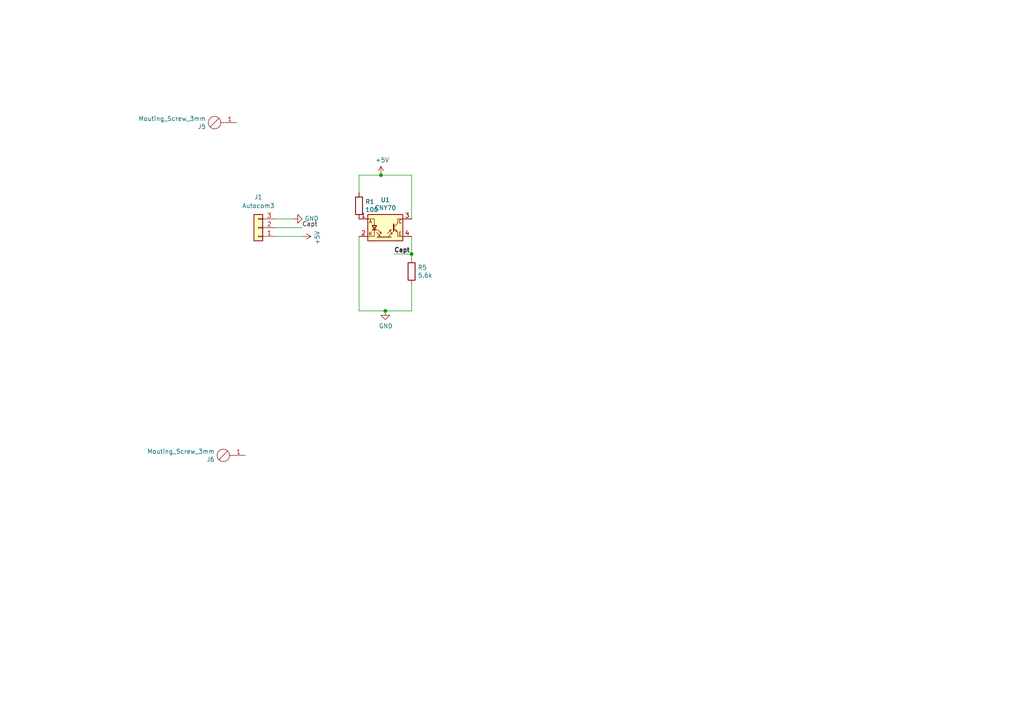
<source format=kicad_sch>
(kicad_sch (version 20211123) (generator eeschema)
  (paper "A4")
  (lib_symbols
    (symbol "0_SymbGamelGe2:Autocom3" (pin_names (offset 1.016) hide)
      (property "Reference" "J" (at 0 5.08 0))
      (property "Value" "Autocom3" (at 0 -5.08 0))
      (symbol "Autocom3_1_1"
        (rectangle (start -1.27 -2.413) (end 0 -2.667) (stroke (width 0.1524)))
        (rectangle (start -1.27 0.127) (end 0 -0.127) (stroke (width 0.1524)))
        (rectangle (start -1.27 2.667) (end 0 2.413) (stroke (width 0.1524)))
        (rectangle (start -1.27 3.81) (end 1.27 -3.81) (stroke (width 0.254)) (fill (type background)))
        (pin passive line (at -5.08 2.54 0) (length 3.81) (name "Pin_1") (number "1"))
        (pin passive line (at -5.08 0 0) (length 3.81) (name "Pin_2") (number "2"))
        (pin passive line (at -5.08 -2.54 0) (length 3.81) (name "Pin_3") (number "3"))
      )
    )
    (symbol "SymbGamelGe2:CNY70" (pin_names (offset 1.016) hide)
      (property "Reference" "U" (at -5.08 5.08 0))
      (property "Value" "CNY70" (at 5.08 5.08 0))
      (symbol "CNY70_0_0"
        (text "A" (at -4.318 1.778 0) (effects (font (size 0.9906 0.9906))))
      )
      (symbol "CNY70_0_1"
        (polyline (pts (xy -3.81 -0.635) (xy -2.54 -0.635)) (stroke (width 0.254)))
        (polyline (pts (xy -2.032 -2.667) (xy -2.286 -2.921)))
        (polyline (pts (xy -1.524 -2.667) (xy -1.778 -2.921)))
        (polyline (pts (xy -1.524 -2.413) (xy -1.651 -1.905)))
        (polyline (pts (xy -1.143 -1.651) (xy -1.27 -1.143)))
        (polyline (pts (xy -1.016 -2.667) (xy -1.27 -2.921)))
        (polyline (pts (xy -0.508 -2.667) (xy -0.762 -2.921)))
        (polyline (pts (xy 0 -2.667) (xy -0.254 -2.921)))
        (polyline (pts (xy 0.508 -2.667) (xy 0.254 -2.921)))
        (polyline (pts (xy 1.016 -2.667) (xy 0.762 -2.921)))
        (polyline (pts (xy 1.524 -2.667) (xy 1.27 -2.921)))
        (polyline (pts (xy 1.651 -0.635) (xy 1.143 -0.762)))
        (polyline (pts (xy 1.778 -2.667) (xy -2.413 -2.667)))
        (polyline (pts (xy 2.032 -1.397) (xy 1.524 -1.524)))
        (polyline (pts (xy 2.413 -0.127) (xy 3.556 -1.27)))
        (polyline (pts (xy 2.413 0.127) (xy 3.556 1.27)))
        (polyline (pts (xy -2.54 -1.397) (xy -1.524 -2.413) (xy -2.032 -2.286)))
        (polyline (pts (xy -2.159 -0.635) (xy -1.143 -1.651) (xy -1.651 -1.524)))
        (polyline (pts (xy 0.635 -1.651) (xy 1.651 -0.635) (xy 1.524 -1.143)))
        (polyline (pts (xy 1.016 -2.413) (xy 2.032 -1.397) (xy 1.905 -1.905)))
        (polyline (pts (xy 2.413 1.016) (xy 2.413 -1.016) (xy 2.413 -1.016)) (stroke (width 0.3556)))
        (polyline (pts (xy 3.556 -1.27) (xy 3.556 -2.54) (xy 4.826 -2.54)))
        (polyline (pts (xy 3.556 1.27) (xy 3.556 2.54) (xy 4.826 2.54)))
        (polyline (pts (xy -5.08 -2.54) (xy -3.175 -2.54) (xy -3.175 2.54) (xy -5.08 2.54)))
        (polyline (pts (xy -3.175 -0.635) (xy -3.81 0.635) (xy -2.54 0.635) (xy -3.175 -0.635)) (stroke (width 0.254)))
        (polyline (pts (xy 3.429 -1.143) (xy 3.175 -0.635) (xy 2.921 -0.889) (xy 3.429 -1.143)))
        (polyline (pts (xy -5.08 -3.81) (xy 5.08 -3.81) (xy 5.08 3.81) (xy -5.08 3.81) (xy -5.08 -3.81)) (stroke (width 0.254)) (fill (type background)))
      )
      (symbol "CNY70_1_1"
        (polyline (pts (xy 4.826 -2.54) (xy 5.08 -2.54)))
        (polyline (pts (xy 4.826 2.54) (xy 5.08 2.54)))
        (text "C" (at 4.318 1.778 0) (effects (font (size 0.9906 0.9906))))
        (text "E" (at 4.318 -1.778 0) (effects (font (size 0.9906 0.9906))))
        (text "K" (at -4.318 -1.778 0) (effects (font (size 0.9906 0.9906))))
        (pin passive line (at -7.62 2.54 0) (length 2.54) (name "A") (number "1"))
        (pin passive line (at -7.62 -2.54 0) (length 2.54) (name "K") (number "2"))
        (pin open_collector line (at 7.62 2.54 180) (length 2.54) (name "C") (number "3"))
        (pin open_emitter line (at 7.62 -2.54 180) (length 2.54) (name "E") (number "4"))
      )
    )
    (symbol "SymbGamelGe2:Mouting_Screw_3mm" (pin_names (offset 1.016) hide)
      (property "Reference" "J" (at 0 2.54 0))
      (property "Value" "Mouting_Screw_3mm" (at 1.27 -2.54 0))
      (symbol "Mouting_Screw_3mm_0_1"
        (polyline (pts (xy 0 -1.27) (xy 2.54 1.27)))
        (circle (center 1.27 0) (radius 1.8034))
      )
      (symbol "Mouting_Screw_3mm_1_1"
        (polyline (pts (xy -1.27 0) (xy -0.508 0)) (stroke (width 0.1524)))
        (pin passive line (at -5.08 0 0) (length 3.81) (name "Pin_1") (number "1"))
      )
    )
    (symbol "SymbGamelGe2:R" (pin_numbers hide) (pin_names (offset 0))
      (property "Reference" "R" (at 2.032 0 90))
      (property "Value" "R" (at 0 0 90))
      (symbol "R_0_1"
        (rectangle (start -1.016 -2.54) (end 1.016 2.54) (stroke (width 0.254)))
      )
      (symbol "R_1_1"
        (pin passive line (at 0 3.81 270) (length 1.27) (name "~") (number "1"))
        (pin passive line (at 0 -3.81 90) (length 1.27) (name "~") (number "2"))
      )
    )
    (symbol "capteur-rescue:+5V-power" (power) (pin_names (offset 0))
      (property "Value" "+5V-power" (at 0 3.556 0))
      (symbol "+5V-power_0_1"
        (polyline (pts (xy -0.762 1.27) (xy 0 2.54)))
        (polyline (pts (xy 0 0) (xy 0 2.54)))
        (polyline (pts (xy 0 2.54) (xy 0.762 1.27)))
      )
      (symbol "+5V-power_1_1"
        (pin power_in line (at 0 0 90) (length 0) hide (name "+5V") (number "1"))
      )
    )
    (symbol "capteur-rescue:GND-power" (power) (pin_names (offset 0))
      (property "Value" "GND-power" (at 0 -3.81 0))
      (symbol "GND-power_0_1"
        (polyline (pts (xy 0 0) (xy 0 -1.27) (xy 1.27 -1.27) (xy 0 -2.54) (xy -1.27 -1.27) (xy 0 -1.27)))
      )
      (symbol "GND-power_1_1"
        (pin power_in line (at 0 0 270) (length 0) hide (name "GND") (number "1"))
      )
    )
  )
  (junction (at 111.76 90.17))
  (junction (at 110.49 50.8))
  (junction (at 119.38 73.66))
  (wire (pts (xy 80.01 68.58) (xy 87.63 68.58)))
  (wire (pts (xy 104.14 90.17) (xy 111.76 90.17)))
  (wire (pts (xy 119.38 82.55) (xy 119.38 90.17)))
  (wire (pts (xy 80.01 63.5) (xy 85.09 63.5)))
  (wire (pts (xy 104.14 68.58) (xy 104.14 90.17)))
  (wire (pts (xy 80.01 66.04) (xy 87.63 66.04)))
  (wire (pts (xy 119.38 63.5) (xy 119.38 50.8)))
  (wire (pts (xy 111.76 90.17) (xy 119.38 90.17)))
  (wire (pts (xy 119.38 50.8) (xy 110.49 50.8)))
  (wire (pts (xy 119.38 68.58) (xy 119.38 73.66)))
  (wire (pts (xy 119.38 73.66) (xy 119.38 74.93)))
  (wire (pts (xy 114.3 73.66) (xy 119.38 73.66)))
  (wire (pts (xy 104.14 50.8) (xy 104.14 55.88)))
  (wire (pts (xy 104.14 50.8) (xy 110.49 50.8)))
  (label "Capt" (at 87.63 66.04 0))
  (label "Capt" (at 114.3 73.66 0) (effects (font (thickness 0.254) bold)))
  (symbol (lib_id "SymbGamelGe2:CNY70") (at 111.76 66.04 0) (unit 1)
    (property "Reference" "U1" (at 111.76 57.9882 0))
    (property "Value" "CNY70" (at 111.76 60.2996 0))
    (property "Footprint" "FootprintGamelGe2:Vishay_CNY70" (effects hide))
    (property "Datasheet" "https://www.vishay.com/docs/83751/cny70.pdf" (effects hide))
  )
  (symbol (lib_id "SymbGamelGe2:R") (at 104.14 59.69 0) (unit 1)
    (property "Reference" "R1" (at 105.918 58.5216 0) (effects (justify left)))
    (property "Value" "100" (at 105.918 60.833 0) (effects (justify left)))
    (property "Footprint" "FootprintGamelGe2:R_Axial_DIN0207_L6.3mm_D2.5mm_P10.16mm_Horizontal" (effects hide))
  )
  (symbol (lib_id "SymbGamelGe2:R") (at 119.38 78.74 0) (unit 1)
    (property "Reference" "R5" (at 121.158 77.5716 0) (effects (justify left)))
    (property "Value" "5.6k" (at 121.158 79.883 0) (effects (justify left)))
    (property "Footprint" "FootprintGamelGe2:R_Axial_DIN0207_L6.3mm_D2.5mm_P10.16mm_Horizontal" (effects hide))
  )
  (symbol (lib_id "capteur-rescue:GND-power") (at 85.09 63.5 90) (unit 1)
    (property "Reference" "#PWR0112" (effects hide))
    (property "Value" "GND" (at 88.3412 63.373 90) (effects (justify right)))
  )
  (symbol (lib_id "SymbGamelGe2:Mouting_Screw_3mm") (at 63.5 35.56 180) (unit 1)
    (property "Reference" "J5" (at 59.7408 36.7284 0) (effects (justify left)))
    (property "Value" "Mouting_Screw_3mm" (at 59.7408 34.417 0) (effects (justify left)))
    (property "Footprint" "FootprintGamelGe2:Mouting_Screw_3mm" (effects hide))
  )
  (symbol (lib_id "SymbGamelGe2:Mouting_Screw_3mm") (at 66.04 132.08 180) (unit 1)
    (property "Reference" "J6" (at 62.2808 133.2484 0) (effects (justify left)))
    (property "Value" "Mouting_Screw_3mm" (at 62.2808 130.937 0) (effects (justify left)))
    (property "Footprint" "FootprintGamelGe2:Mouting_Screw_3mm" (effects hide))
  )
  (symbol (lib_id "capteur-rescue:+5V-power") (at 110.49 50.8 0) (unit 1)
    (property "Reference" "#PWR0106" (effects hide))
    (property "Value" "+5V" (at 110.871 46.4058 0))
  )
  (symbol (lib_id "capteur-rescue:GND-power") (at 111.76 90.17 0) (unit 1)
    (property "Reference" "#PWR0107" (effects hide))
    (property "Value" "GND" (at 111.887 94.5642 0))
  )
  (symbol (lib_id "capteur-rescue:+5V-power") (at 87.63 68.58 270) (unit 1)
    (property "Reference" "#PWR0101" (effects hide))
    (property "Value" "+5V" (at 92.0242 68.961 0))
  )
  (symbol (lib_id "0_SymbGamelGe2:Autocom3") (at 74.93 66.04 180) (unit 1)
    (property "Reference" "J1" (at 74.93 57.15 0))
    (property "Value" "Autocom3" (at 74.93 59.69 0))
    (property "Footprint" "FootprintGamelGe2:Autocom3" (effects hide))
  )
)
</source>
